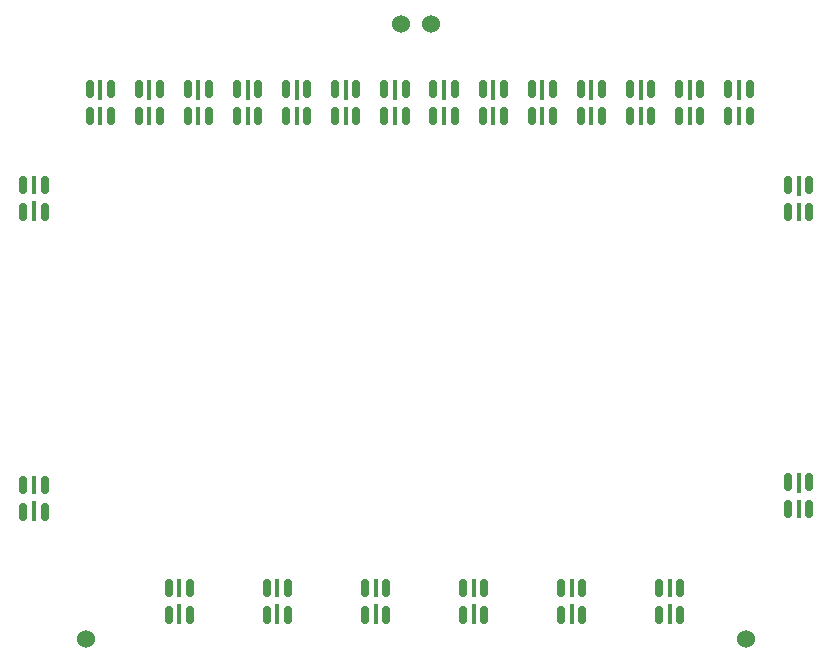
<source format=gbr>
%TF.GenerationSoftware,KiCad,Pcbnew,7.0.10*%
%TF.CreationDate,2024-04-14T19:33:58+02:00*%
%TF.ProjectId,LED_Ring,4c45445f-5269-46e6-972e-6b696361645f,rev?*%
%TF.SameCoordinates,Original*%
%TF.FileFunction,Soldermask,Top*%
%TF.FilePolarity,Negative*%
%FSLAX46Y46*%
G04 Gerber Fmt 4.6, Leading zero omitted, Abs format (unit mm)*
G04 Created by KiCad (PCBNEW 7.0.10) date 2024-04-14 19:33:58*
%MOMM*%
%LPD*%
G01*
G04 APERTURE LIST*
G04 Aperture macros list*
%AMRoundRect*
0 Rectangle with rounded corners*
0 $1 Rounding radius*
0 $2 $3 $4 $5 $6 $7 $8 $9 X,Y pos of 4 corners*
0 Add a 4 corners polygon primitive as box body*
4,1,4,$2,$3,$4,$5,$6,$7,$8,$9,$2,$3,0*
0 Add four circle primitives for the rounded corners*
1,1,$1+$1,$2,$3*
1,1,$1+$1,$4,$5*
1,1,$1+$1,$6,$7*
1,1,$1+$1,$8,$9*
0 Add four rect primitives between the rounded corners*
20,1,$1+$1,$2,$3,$4,$5,0*
20,1,$1+$1,$4,$5,$6,$7,0*
20,1,$1+$1,$6,$7,$8,$9,0*
20,1,$1+$1,$8,$9,$2,$3,0*%
G04 Aperture macros list end*
%ADD10RoundRect,0.150000X0.150000X0.600000X-0.150000X0.600000X-0.150000X-0.600000X0.150000X-0.600000X0*%
%ADD11RoundRect,0.100000X0.100000X0.750000X-0.100000X0.750000X-0.100000X-0.750000X0.100000X-0.750000X0*%
%ADD12RoundRect,0.100000X0.100000X0.650000X-0.100000X0.650000X-0.100000X-0.650000X0.100000X-0.650000X0*%
%ADD13RoundRect,0.150000X-0.150000X-0.600000X0.150000X-0.600000X0.150000X0.600000X-0.150000X0.600000X0*%
%ADD14RoundRect,0.100000X-0.100000X-0.750000X0.100000X-0.750000X0.100000X0.750000X-0.100000X0.750000X0*%
%ADD15RoundRect,0.100000X-0.100000X-0.650000X0.100000X-0.650000X0.100000X0.650000X-0.100000X0.650000X0*%
%ADD16C,1.524000*%
G04 APERTURE END LIST*
D10*
%TO.C,D7*%
X43243000Y-16249000D03*
X45043000Y-16249000D03*
X43243000Y-18549000D03*
X45043000Y-18549000D03*
D11*
X44143000Y-16349000D03*
D12*
X44143000Y-18549000D03*
%TD*%
D10*
%TO.C,D11*%
X59883000Y-16249000D03*
X61683000Y-16249000D03*
X59883000Y-18549000D03*
X61683000Y-18549000D03*
D11*
X60783000Y-16349000D03*
D12*
X60783000Y-18549000D03*
%TD*%
D10*
%TO.C,D5*%
X34923000Y-16249000D03*
X36723000Y-16249000D03*
X34923000Y-18549000D03*
X36723000Y-18549000D03*
D11*
X35823000Y-16349000D03*
D12*
X35823000Y-18549000D03*
%TD*%
D10*
%TO.C,D9*%
X51563000Y-16249000D03*
X53363000Y-16249000D03*
X51563000Y-18549000D03*
X53363000Y-18549000D03*
D11*
X52463000Y-16349000D03*
D12*
X52463000Y-18549000D03*
%TD*%
D10*
%TO.C,D12*%
X64043000Y-16249000D03*
X65843000Y-16249000D03*
X64043000Y-18549000D03*
X65843000Y-18549000D03*
D11*
X64943000Y-16349000D03*
D12*
X64943000Y-18549000D03*
%TD*%
D10*
%TO.C,D2*%
X22443000Y-16249000D03*
X24243000Y-16249000D03*
X22443000Y-18549000D03*
X24243000Y-18549000D03*
D11*
X23343000Y-16349000D03*
D12*
X23343000Y-18549000D03*
%TD*%
D10*
%TO.C,D14*%
X72363000Y-16249000D03*
X74163000Y-16249000D03*
X72363000Y-18549000D03*
X74163000Y-18549000D03*
D11*
X73263000Y-16349000D03*
D12*
X73263000Y-18549000D03*
%TD*%
D10*
%TO.C,D1*%
X18283000Y-16249000D03*
X20083000Y-16249000D03*
X18283000Y-18549000D03*
X20083000Y-18549000D03*
D11*
X19183000Y-16349000D03*
D12*
X19183000Y-18549000D03*
%TD*%
D13*
%TO.C,D20*%
X43399200Y-60840000D03*
X41599200Y-60840000D03*
X43399200Y-58540000D03*
X41599200Y-58540000D03*
D14*
X42499200Y-60740000D03*
D15*
X42499200Y-58540000D03*
%TD*%
D13*
%TO.C,D21*%
X35095600Y-60840000D03*
X33295600Y-60840000D03*
X35095600Y-58540000D03*
X33295600Y-58540000D03*
D14*
X34195600Y-60740000D03*
D15*
X34195600Y-58540000D03*
%TD*%
D10*
%TO.C,D6*%
X39083000Y-16249000D03*
X40883000Y-16249000D03*
X39083000Y-18549000D03*
X40883000Y-18549000D03*
D11*
X39983000Y-16349000D03*
D12*
X39983000Y-18549000D03*
%TD*%
D10*
%TO.C,D4*%
X30763000Y-16249000D03*
X32563000Y-16249000D03*
X30763000Y-18549000D03*
X32563000Y-18549000D03*
D11*
X31663000Y-16349000D03*
D12*
X31663000Y-18549000D03*
%TD*%
D10*
%TO.C,D10*%
X55723000Y-16249000D03*
X57523000Y-16249000D03*
X55723000Y-18549000D03*
X57523000Y-18549000D03*
D11*
X56623000Y-16349000D03*
D12*
X56623000Y-18549000D03*
%TD*%
D10*
%TO.C,D8*%
X47403000Y-16249000D03*
X49203000Y-16249000D03*
X47403000Y-18549000D03*
X49203000Y-18549000D03*
D11*
X48303000Y-16349000D03*
D12*
X48303000Y-18549000D03*
%TD*%
D13*
%TO.C,D23*%
X14484000Y-52084000D03*
X12684000Y-52084000D03*
X14484000Y-49784000D03*
X12684000Y-49784000D03*
D14*
X13584000Y-51984000D03*
D15*
X13584000Y-49784000D03*
%TD*%
D10*
%TO.C,D13*%
X68203000Y-16249000D03*
X70003000Y-16249000D03*
X68203000Y-18549000D03*
X70003000Y-18549000D03*
D11*
X69103000Y-16349000D03*
D12*
X69103000Y-18549000D03*
%TD*%
D10*
%TO.C,D16*%
X77432000Y-49544000D03*
X79232000Y-49544000D03*
X77432000Y-51844000D03*
X79232000Y-51844000D03*
D11*
X78332000Y-49644000D03*
D12*
X78332000Y-51844000D03*
%TD*%
D13*
%TO.C,D17*%
X68310000Y-60840000D03*
X66510000Y-60840000D03*
X68310000Y-58540000D03*
X66510000Y-58540000D03*
D14*
X67410000Y-60740000D03*
D15*
X67410000Y-58540000D03*
%TD*%
D10*
%TO.C,D3*%
X26603000Y-16249000D03*
X28403000Y-16249000D03*
X26603000Y-18549000D03*
X28403000Y-18549000D03*
D11*
X27503000Y-16349000D03*
D12*
X27503000Y-18549000D03*
%TD*%
D13*
%TO.C,D24*%
X14484000Y-26684000D03*
X12684000Y-26684000D03*
X14484000Y-24384000D03*
X12684000Y-24384000D03*
D14*
X13584000Y-26584000D03*
D15*
X13584000Y-24384000D03*
%TD*%
D13*
%TO.C,D18*%
X60006400Y-60840000D03*
X58206400Y-60840000D03*
X60006400Y-58540000D03*
X58206400Y-58540000D03*
D14*
X59106400Y-60740000D03*
D15*
X59106400Y-58540000D03*
%TD*%
D13*
%TO.C,D19*%
X51702800Y-60840000D03*
X49902800Y-60840000D03*
X51702800Y-58540000D03*
X49902800Y-58540000D03*
D14*
X50802800Y-60740000D03*
D15*
X50802800Y-58540000D03*
%TD*%
D13*
%TO.C,D22*%
X26792000Y-60840000D03*
X24992000Y-60840000D03*
X26792000Y-58540000D03*
X24992000Y-58540000D03*
D14*
X25892000Y-60740000D03*
D15*
X25892000Y-58540000D03*
%TD*%
D16*
%TO.C,U1*%
X44650000Y-10795000D03*
X47190000Y-10795000D03*
X17980000Y-62865000D03*
X73860000Y-62865000D03*
%TD*%
D10*
%TO.C,D15*%
X77432000Y-24384000D03*
X79232000Y-24384000D03*
X77432000Y-26684000D03*
X79232000Y-26684000D03*
D11*
X78332000Y-24484000D03*
D12*
X78332000Y-26684000D03*
%TD*%
M02*

</source>
